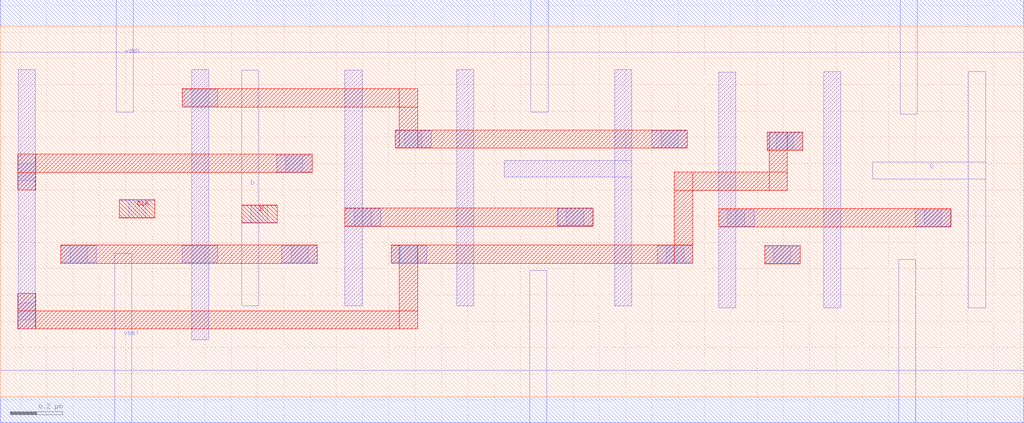
<source format=lef>
VERSION 5.8 ;
BUSBITCHARS "[]" ;
DIVIDERCHAR "/" ;

PROPERTYDEFINITIONS
  LAYER contactResistance REAL ;
END PROPERTYDEFINITIONS

UNITS
  DATABASE MICRONS 2000 ;
END UNITS
MANUFACTURINGGRID 0.0025 ;
LAYER OVERLAP
  TYPE OVERLAP ;
END OVERLAP

LAYER poly
  TYPE MASTERSLICE ;
END poly

LAYER contact
  TYPE CUT ;
  SPACING 0.075 ;
  PROPERTY contactResistance 10.5 ;
END contact

LAYER metal1
  TYPE ROUTING ;
  DIRECTION HORIZONTAL ;
  PITCH 0.19 0.19 ;
  WIDTH 0.065 ;
  SPACING 0.065 ;

END metal1

LAYER via1
  TYPE CUT ;
  SPACING 0.075 ;
  WIDTH 0.065 ;
  PROPERTY contactResistance 5.69 ;
END via1

LAYER metal2
  TYPE ROUTING ;
  DIRECTION VERTICAL ;
  PITCH 0.19 0.19 ;
  WIDTH 0.07 ;
  SPACING 0.075 ;
  SPACING 0.07 SAMENET ;
  RESISTANCE RPERSQ 0.25 ;
END metal2

LAYER via2
  TYPE CUT ;
  SPACING 0.085 ;
  WIDTH 0.07 ;
  PROPERTY contactResistance 11.39 ;
END via2

LAYER metal3
  TYPE ROUTING ;
  DIRECTION HORIZONTAL ;
  PITCH 0.19 0.19 ;
  WIDTH 0.07 ;
  SPACING 0.07 ;
  SPACING 0.07 SAMENET ;
  RESISTANCE RPERSQ 0.25 ;
END metal3

LAYER via3
  TYPE CUT ;
  SPACING 0.085 ;
  WIDTH 0.07 ;
  PROPERTY contactResistance 16.73 ;
END via3

LAYER metal4
  TYPE ROUTING ;
  DIRECTION VERTICAL ;
  PITCH 0.285 0.285 ;
  WIDTH 0.14 ;
  SPACING 0.14 ;
  SPACING 0.14 SAMENET ;
  RESISTANCE RPERSQ 0.25 ;
END metal4

LAYER via4
  TYPE CUT ;
  SPACING 0.16 ;
  WIDTH 0.14 ;
  PROPERTY contactResistance 21.44 ;
END via4

LAYER metal5
  TYPE ROUTING ;
  DIRECTION HORIZONTAL ;
  PITCH 0.285 0.285 ;
  WIDTH 0.14 ;
  SPACING 0.14 ;
  SPACING 0.14 SAMENET ;
  RESISTANCE RPERSQ 0.25 ;
END metal5

LAYER via5
  TYPE CUT ;
  SPACING 0.16 ;
  WIDTH 0.14 ;
  PROPERTY contactResistance 24.08 ;
END via5

LAYER metal6
  TYPE ROUTING ;
  DIRECTION VERTICAL ;
  PITCH 0.285 0.285 ;
  WIDTH 0.14 ;
  SPACING 0.14 ;
  SPACING 0.14 SAMENET ;
  RESISTANCE RPERSQ 0.25 ;
END metal6

LAYER via6
  TYPE CUT ;
  SPACING 0.16 ;
  WIDTH 0.14 ;
  PROPERTY contactResistance 11.39 ;
END via6

LAYER metal7
  TYPE ROUTING ;
  DIRECTION HORIZONTAL ;
  PITCH 0.855 0.855 ;
  WIDTH 0.4 ;
  SPACING 0.44 ;
  SPACING 0.44 SAMENET ;
  RESISTANCE RPERSQ 0.25 ;
END metal7

LAYER via7
  TYPE CUT ;
  SPACING 0.44 ;
  WIDTH 0.4 ;
  PROPERTY contactResistance 5.69 ;
END via7

LAYER metal8
  TYPE ROUTING ;
  DIRECTION VERTICAL ;
  PITCH 0.855 0.855 ;
  WIDTH 0.4 ;
  SPACING 0.44 ;
  SPACING 0.44 SAMENET ;
  RESISTANCE RPERSQ 0.25 ;
END metal8

LAYER via8
  TYPE CUT ;
  SPACING 0.44 ;
  WIDTH 0.4 ;
  PROPERTY contactResistance 16.73 ;
END via8

LAYER metal9
  TYPE ROUTING ;
  DIRECTION HORIZONTAL ;
  PITCH 1.71 1.71 ;
  WIDTH 0.8 ;
  SPACING 0.8 ;
  SPACING 0.8 SAMENET ;
  RESISTANCE RPERSQ 0.21 ;
END metal9

LAYER via9
  TYPE CUT ;
  SPACING 0.88 ;
  WIDTH 0.8 ;
  PROPERTY contactResistance 21.44 ;
END via9

LAYER metal10
  TYPE ROUTING ;
  DIRECTION VERTICAL ;
  PITCH 1.71 1.71 ;
  WIDTH 0.4 ;
  SPACING 0.8 ;
  SPACING 0.8 SAMENET ;
  RESISTANCE RPERSQ 0.21 ;
END metal10

VIARULE M2_M1 GENERATE
  LAYER metal1 ;
    ENCLOSURE 0 0.035 ;
  LAYER metal2 ;
    ENCLOSURE 0 0.035 ;
  LAYER via1 ;
    RECT -0.0325 -0.0325 0.0325 0.0325 ;
    SPACING 0.14 BY 0.14 ;
END M2_M1

VIARULE M3_M2 GENERATE
  LAYER metal2 ;
    ENCLOSURE 0 0.035 ;
  LAYER metal3 ;
    ENCLOSURE 0 0.035 ;
  LAYER via2 ;
    RECT -0.035 -0.035 0.035 0.035 ;
    SPACING 0.155 BY 0.155 ;
END M3_M2

VIARULE M4_M3 GENERATE
  LAYER metal3 ;
    ENCLOSURE 0 0.035 ;
  LAYER metal4 ;
    ENCLOSURE 0 0 ;
  LAYER via3 ;
    RECT -0.035 -0.035 0.035 0.035 ;
    SPACING 0.155 BY 0.155 ;
END M4_M3

VIARULE M5_M4 GENERATE
  LAYER metal4 ;
    ENCLOSURE 0 0 ;
  LAYER metal5 ;
    ENCLOSURE 0 0 ;
  LAYER via4 ;
    RECT -0.07 -0.07 0.07 0.07 ;
    SPACING 0.3 BY 0.3 ;
END M5_M4

VIARULE M6_M5 GENERATE
  LAYER metal5 ;
    ENCLOSURE 0 0 ;
  LAYER metal6 ;
    ENCLOSURE 0 0 ;
  LAYER via5 ;
    RECT -0.07 -0.07 0.07 0.07 ;
    SPACING 0.3 BY 0.3 ;
END M6_M5

VIARULE M7_M6 GENERATE
  LAYER metal6 ;
    ENCLOSURE 0 0 ;
  LAYER metal7 ;
    ENCLOSURE 0.13 0.13 ;
  LAYER via6 ;
    RECT -0.07 -0.07 0.07 0.07 ;
    SPACING 0.3 BY 0.3 ;
END M7_M6

VIARULE M8_M7 GENERATE
  LAYER metal7 ;
    ENCLOSURE 0 0 ;
  LAYER metal8 ;
    ENCLOSURE 0 0 ;
  LAYER via7 ;
    RECT -0.2 -0.2 0.2 0.2 ;
    SPACING 0.8 BY 0.8 ;
END M8_M7

VIARULE M9_M8 GENERATE
  LAYER metal8 ;
    ENCLOSURE 0 0 ;
  LAYER metal9 ;
    ENCLOSURE 0.2 0.2 ;
  LAYER via8 ;
    RECT -0.2 -0.2 0.2 0.2 ;
    SPACING 0.8 BY 0.8 ;
END M9_M8

VIARULE M10_M9 GENERATE
  LAYER metal9 ;
    ENCLOSURE 0 0 ;
  LAYER metal10 ;
    ENCLOSURE 0 0 ;
  LAYER via9 ;
    RECT -0.4 -0.4 0.4 0.4 ;
    SPACING 1.6 BY 1.6 ;
END M10_M9

VIARULE M1_POLY GENERATE
  LAYER poly ;
    ENCLOSURE 0 0 ;
  LAYER metal1 ;
    ENCLOSURE 0 0.035 ;
  LAYER contact ;
    RECT -0.0325 -0.0325 0.0325 0.0325 ;
    SPACING 0.14 BY 0.14 ;
END M1_POLY

VIA M2_M1_via DEFAULT
  LAYER metal1 ;
    RECT -0.0675 -0.0325 0.0675 0.0325 ;
  LAYER via1 ;
    RECT -0.0325 -0.0325 0.0325 0.0325 ;
  LAYER metal2 ;
    RECT -0.035 -0.0675 0.035 0.0675 ;
END M2_M1_via

VIA M3_M2_via DEFAULT
  LAYER metal2 ;
    RECT -0.035 -0.07 0.035 0.07 ;
  LAYER via2 ;
    RECT -0.035 -0.035 0.035 0.035 ;
  LAYER metal3 ;
    RECT -0.07 -0.035 0.07 0.035 ;
END M3_M2_via

VIA M4_M3_via DEFAULT
  LAYER metal3 ;
    RECT -0.07 -0.035 0.07 0.035 ;
  LAYER via3 ;
    RECT -0.035 -0.035 0.035 0.035 ;
  LAYER metal4 ;
    RECT -0.07 -0.07 0.07 0.07 ;
END M4_M3_via

VIA M5_M4_via DEFAULT
  LAYER metal4 ;
    RECT -0.07 -0.07 0.07 0.07 ;
  LAYER via4 ;
    RECT -0.07 -0.07 0.07 0.07 ;
  LAYER metal5 ;
    RECT -0.07 -0.07 0.07 0.07 ;
END M5_M4_via

VIA M6_M5_via DEFAULT
  LAYER metal5 ;
    RECT -0.07 -0.07 0.07 0.07 ;
  LAYER via5 ;
    RECT -0.07 -0.07 0.07 0.07 ;
  LAYER metal6 ;
    RECT -0.07 -0.07 0.07 0.07 ;
END M6_M5_via

VIA M7_M6_via DEFAULT
  LAYER metal6 ;
    RECT -0.07 -0.07 0.07 0.07 ;
  LAYER via6 ;
    RECT -0.07 -0.07 0.07 0.07 ;
  LAYER metal7 ;
    RECT -0.2 -0.2 0.2 0.2 ;
END M7_M6_via

VIA M8_M7_via DEFAULT
  LAYER metal7 ;
    RECT -0.2 -0.2 0.2 0.2 ;
  LAYER via7 ;
    RECT -0.2 -0.2 0.2 0.2 ;
  LAYER metal8 ;
    RECT -0.2 -0.2 0.2 0.2 ;
END M8_M7_via

VIA M9_M8_via DEFAULT
  LAYER metal8 ;
    RECT -0.2 -0.2 0.2 0.2 ;
  LAYER via8 ;
    RECT -0.2 -0.2 0.2 0.2 ;
  LAYER metal9 ;
    RECT -0.4 -0.4 0.4 0.4 ;
END M9_M8_via

VIA M10_M9_via DEFAULT
  LAYER metal9 ;
    RECT -0.4 -0.4 0.4 0.4 ;
  LAYER via9 ;
    RECT -0.4 -0.4 0.4 0.4 ;
  LAYER metal10 ;
    RECT -0.4 -0.4 0.4 0.4 ;
END M10_M9_via

VIA M2_M1_viaB DEFAULT
  LAYER metal1 ;
    RECT -0.0675 -0.0325 0.0675 0.0325 ;
  LAYER via1 ;
    RECT -0.0325 -0.0325 0.0325 0.0325 ;
  LAYER metal2 ;
    RECT -0.0675 -0.035 0.0675 0.035 ;
END M2_M1_viaB

VIA M2_M1_viaC DEFAULT
  LAYER metal1 ;
    RECT -0.0325 -0.0675 0.0325 0.0675 ;
  LAYER via1 ;
    RECT -0.0325 -0.0325 0.0325 0.0325 ;
  LAYER metal2 ;
    RECT -0.035 -0.0675 0.035 0.0675 ;
END M2_M1_viaC

VIA M3_M2_viaB DEFAULT
  LAYER metal2 ;
    RECT -0.035 -0.07 0.035 0.07 ;
  LAYER via2 ;
    RECT -0.035 -0.035 0.035 0.035 ;
  LAYER metal3 ;
    RECT -0.035 -0.07 0.035 0.07 ;
END M3_M2_viaB

VIA M3_M2_viaC DEFAULT
  LAYER metal2 ;
    RECT -0.07 -0.035 0.07 0.035 ;
  LAYER via2 ;
    RECT -0.035 -0.035 0.035 0.035 ;
  LAYER metal3 ;
    RECT -0.07 -0.035 0.07 0.035 ;
END M3_M2_viaC

VIA M4_M3_viaB DEFAULT
  LAYER metal3 ;
    RECT -0.035 -0.07 0.035 0.07 ;
  LAYER via3 ;
    RECT -0.035 -0.035 0.035 0.035 ;
  LAYER metal4 ;
    RECT -0.07 -0.07 0.07 0.07 ;
END M4_M3_viaB

SITE CoreSite
  CLASS CORE ;
  SYMMETRY Y ;
  SIZE 0.005 BY 1.005 ;
END CoreSite

MACRO and2
  CLASS CORE ;
  ORIGIN -0.325 0.08 ;
  FOREIGN and2 0.325 -0.08 ;
  SIZE 0.875 BY 1.41 ;
  SYMMETRY X Y ;
  SITE CoreSite ;
  PIN A
    DIRECTION INPUT ;
    USE SIGNAL ;
    PORT
      LAYER metal2 ;
        RECT 0.6575 0.5125 0.7925 0.5825 ;
      LAYER metal1 ;
        RECT 0.6575 0.515 0.7925 0.5825 ;
      LAYER via1 ;
        RECT 0.6925 0.515 0.7575 0.58 ;
    END
  END A
  PIN B
    DIRECTION INPUT ;
    USE SIGNAL ;
    PORT
      LAYER metal2 ;
        RECT 0.865 0.51 1 0.58 ;
      LAYER metal1 ;
        RECT 0.865 0.5125 1 0.58 ;
      LAYER via1 ;
        RECT 0.9 0.5125 0.965 0.5775 ;
    END
  END B
  PIN Y
    DIRECTION OUTPUT ;
    USE SIGNAL ;
    PORT
      LAYER metal2 ;
        RECT 0.4225 0.62 0.4925 0.755 ;
      LAYER metal1 ;
        RECT 0.4225 0.62 0.49 0.755 ;
        RECT 0.4225 0.265 0.4875 1.165 ;
      LAYER via1 ;
        RECT 0.425 0.655 0.49 0.72 ;
    END
  END Y
  PIN vdd!
    DIRECTION INOUT ;
    USE POWER ;
    PORT
      LAYER metal1 ;
        RECT 0.325 1.23 1.2 1.43 ;
        RECT 1.055 1.0025 1.12 1.43 ;
        RECT 0.6525 1.0025 0.7175 1.43 ;
    END
  END vdd!
  PIN vss!
    DIRECTION INOUT ;
    USE GROUND ;
    PORT
      LAYER metal1 ;
        RECT 0.325 -0.18 1.2 0.02 ;
        RECT 0.6475 -0.18 0.7125 0.43 ;
    END
  END vss!
  OBS
    LAYER metal1 ;
      RECT 0.855 0.6975 0.92 1.1625 ;
      RECT 0.555 0.6975 1.135 0.7625 ;
      RECT 1.07 0.2775 1.135 0.7625 ;
      RECT 1.0575 0.265 1.1225 0.475 ;
  END
END and2

MACRO aoi21
  CLASS CORE ;
  ORIGIN 0 0.08 ;
  FOREIGN aoi21 0 -0.08 ;
  SIZE 0.85 BY 1.41 ;
  SYMMETRY X Y ;
  SITE CoreSite ;
  PIN A
    DIRECTION INPUT ;
    USE SIGNAL ;
    PORT
      LAYER metal2 ;
        RECT 0.06 0.62 0.195 0.69 ;
      LAYER metal1 ;
        RECT 0.06 0.6225 0.1975 0.6875 ;
      LAYER via1 ;
        RECT 0.095 0.6225 0.16 0.6875 ;
    END
  END A
  PIN B
    DIRECTION INPUT ;
    USE SIGNAL ;
    PORT
      LAYER metal2 ;
        RECT 0.265 0.62 0.4 0.69 ;
      LAYER metal1 ;
        RECT 0.265 0.62 0.4 0.6875 ;
      LAYER via1 ;
        RECT 0.3 0.6225 0.365 0.6875 ;
    END
  END B
  PIN C
    DIRECTION INPUT ;
    USE SIGNAL ;
    PORT
      LAYER metal2 ;
        RECT 0.475 0.62 0.61 0.69 ;
      LAYER metal1 ;
        RECT 0.4775 0.62 0.6125 0.685 ;
        RECT 0.475 0.6225 0.61 0.6875 ;
      LAYER via1 ;
        RECT 0.51 0.6225 0.575 0.6875 ;
    END
  END C
  PIN Y
    DIRECTION OUTPUT ;
    USE SIGNAL ;
    PORT
      LAYER metal2 ;
        RECT 0.68 0.5825 0.75 0.7175 ;
      LAYER metal1 ;
        RECT 0.6825 0.265 0.7475 1.1625 ;
        RECT 0.0625 0.4425 0.7475 0.5075 ;
        RECT 0.0625 0.265 0.1275 0.5075 ;
      LAYER via1 ;
        RECT 0.6825 0.6175 0.7475 0.6825 ;
    END
  END Y
  PIN vdd!
    DIRECTION INOUT ;
    USE POWER ;
    PORT
      LAYER metal1 ;
        RECT 0 1.23 0.85 1.43 ;
        RECT 0.255 1.0025 0.32 1.43 ;
    END
  END vdd!
  PIN vss!
    DIRECTION INOUT ;
    USE GROUND ;
    PORT
      LAYER metal1 ;
        RECT 0 -0.18 0.85 0.02 ;
        RECT 0.4575 -0.18 0.5225 0.375 ;
    END
  END vss!
  OBS
    LAYER metal1 ;
      RECT 0.0675 0.8625 0.1325 1.165 ;
      RECT 0.4425 0.8625 0.5075 1.1625 ;
      RECT 0.0675 0.8625 0.5075 0.9275 ;
  END
END aoi21

MACRO buf
  CLASS CORE ;
  ORIGIN -0.2775 0.08 ;
  FOREIGN buf 0.2775 -0.08 ;
  SIZE 0.815 BY 1.41 ;
  SYMMETRY X Y ;
  SITE CoreSite ;
  PIN A
    DIRECTION INPUT ;
    USE SIGNAL ;
    PORT
      LAYER metal2 ;
        RECT 0.7075 0.55 0.8425 0.62 ;
      LAYER metal1 ;
        RECT 0.7075 0.5525 0.8425 0.6175 ;
      LAYER via1 ;
        RECT 0.7425 0.5525 0.8075 0.6175 ;
    END
  END A
  PIN Y
    DIRECTION OUTPUT ;
    USE SIGNAL ;
    PORT
      LAYER metal2 ;
        RECT 0.395 0.605 0.465 0.74 ;
      LAYER metal1 ;
        RECT 0.3975 0.265 0.4625 1.165 ;
      LAYER via1 ;
        RECT 0.3975 0.64 0.4625 0.705 ;
    END
  END Y
  PIN vdd!
    DIRECTION INOUT ;
    USE POWER ;
    PORT
      LAYER metal1 ;
        RECT 0.2775 1.23 1.0925 1.43 ;
        RECT 0.6775 1.0025 0.7425 1.43 ;
    END
  END vdd!
  PIN vss!
    DIRECTION INOUT ;
    USE GROUND ;
    PORT
      LAYER metal1 ;
        RECT 0.2825 -0.18 1.0925 0.02 ;
        RECT 0.6725 -0.18 0.7375 0.4025 ;
    END
  END vss!
  OBS
    LAYER metal1 ;
      RECT 0.9375 0.265 1.0025 1.165 ;
      RECT 0.56 0.72 1.0025 0.785 ;
  END
END buf

MACRO dff
  CLASS CORE ;
  ORIGIN -0.2225 -0.1125 ;
  FOREIGN dff 0.2225 0.1125 ;
  SIZE 3.89 BY 1.41 ;
  SYMMETRY X Y ;
  SITE CoreSite ;
  PIN CLK
    DIRECTION INPUT ;
    USE SIGNAL ;
    PORT
      LAYER metal2 ;
        RECT 0.675 0.7925 0.81 0.8625 ;
      LAYER metal1 ;
        RECT 0.675 0.795 0.81 0.86 ;
      LAYER via1 ;
        RECT 0.71 0.795 0.775 0.86 ;
    END
  END CLK
  PIN D
    DIRECTION INPUT ;
    USE SIGNAL ;
    PORT
      LAYER metal2 ;
        RECT 1.14 0.7725 1.275 0.8425 ;
      LAYER metal1 ;
        RECT 1.14 0.775 1.275 0.84 ;
        RECT 1.14 0.4575 1.205 1.355 ;
      LAYER via1 ;
        RECT 1.175 0.775 1.24 0.84 ;
    END
  END D
  PIN Q
    DIRECTION OUTPUT ;
    USE SIGNAL ;
    PORT
      LAYER metal1 ;
        RECT 3.9025 0.45 3.9675 1.35 ;
        RECT 3.54 0.94 3.9675 1.005 ;
    END
  END Q
  PIN vdd!
    DIRECTION INOUT ;
    USE POWER ;
    PORT
      LAYER metal1 ;
        RECT 0.2225 1.4225 4.1125 1.6225 ;
        RECT 3.6425 1.1875 3.7075 1.6225 ;
        RECT 2.24 1.195 2.305 1.6225 ;
        RECT 0.6625 1.195 0.7275 1.6225 ;
    END
  END vdd!
  PIN vss!
    DIRECTION INOUT ;
    USE GROUND ;
    PORT
      LAYER metal1 ;
        RECT 0.2225 0.0125 4.1125 0.2125 ;
        RECT 3.6375 0.0125 3.7025 0.635 ;
        RECT 2.235 0.0125 2.3 0.5925 ;
        RECT 0.6575 0.0125 0.7225 0.6575 ;
    END
  END vss!
  OBS
    LAYER metal1 ;
      RECT 2.9525 0.45 3.0175 1.3475 ;
      RECT 2.9525 0.76 3.0875 0.825 ;
      RECT 2.5575 0.4575 2.6225 1.3575 ;
      RECT 2.1375 0.9475 2.6225 1.0125 ;
      RECT 2.3425 0.765 2.4775 0.83 ;
      RECT 2.34 0.7625 2.475 0.8275 ;
      RECT 1.5325 0.4575 1.5975 1.355 ;
      RECT 1.5325 0.7625 1.6675 0.8275 ;
      RECT 0.95 0.3275 1.015 1.3575 ;
      RECT 0.915 1.2175 1.05 1.2825 ;
      RECT 0.915 0.6225 1.05 0.6875 ;
      RECT 3.7 0.76 3.8375 0.825 ;
      RECT 3.3525 0.45 3.4175 1.35 ;
      RECT 3.1375 1.0525 3.2725 1.1175 ;
      RECT 3.1275 0.62 3.2625 0.685 ;
      RECT 2.72 0.6225 2.855 0.6875 ;
      RECT 2.7 1.06 2.835 1.125 ;
      RECT 1.9575 0.4575 2.0225 1.3575 ;
      RECT 1.725 1.06 1.86 1.125 ;
      RECT 1.7075 0.6225 1.8425 0.6875 ;
      RECT 1.2925 0.6225 1.4275 0.6875 ;
      RECT 1.2725 0.9675 1.4075 1.0325 ;
      RECT 0.4525 0.6225 0.5875 0.6875 ;
      RECT 0.29 0.37 0.355 1.3575 ;
    LAYER metal2 ;
      RECT 3.1375 1.05 3.2725 1.12 ;
      RECT 3.145 0.8975 3.215 1.12 ;
      RECT 2.785 0.8975 3.215 0.9675 ;
      RECT 2.785 0.62 2.855 0.9675 ;
      RECT 1.7075 0.62 2.855 0.69 ;
      RECT 1.74 0.37 1.81 0.69 ;
      RECT 0.2875 0.37 0.3575 0.505 ;
      RECT 0.2875 0.37 1.81 0.44 ;
      RECT 0.915 1.215 1.81 1.285 ;
      RECT 1.74 1.0575 1.81 1.285 ;
      RECT 1.725 1.0575 2.835 1.1275 ;
      RECT 0.2875 0.965 1.4075 1.035 ;
      RECT 0.2875 0.9 0.3575 1.035 ;
      RECT 2.9525 0.7575 3.835 0.8275 ;
      RECT 3.1275 0.6175 3.2625 0.6875 ;
      RECT 1.5325 0.76 2.475 0.83 ;
      RECT 0.4525 0.62 1.4275 0.69 ;
    LAYER via1 ;
      RECT 3.735 0.76 3.8 0.825 ;
      RECT 3.1725 1.0525 3.2375 1.1175 ;
      RECT 3.1625 0.62 3.2275 0.685 ;
      RECT 2.9875 0.76 3.0525 0.825 ;
      RECT 2.755 0.6225 2.82 0.6875 ;
      RECT 2.735 1.06 2.8 1.125 ;
      RECT 2.375 0.7625 2.44 0.8275 ;
      RECT 1.76 1.06 1.825 1.125 ;
      RECT 1.7425 0.6225 1.8075 0.6875 ;
      RECT 1.5675 0.7625 1.6325 0.8275 ;
      RECT 1.3275 0.6225 1.3925 0.6875 ;
      RECT 1.3075 0.9675 1.3725 1.0325 ;
      RECT 0.95 0.6225 1.015 0.6875 ;
      RECT 0.95 1.2175 1.015 1.2825 ;
      RECT 0.4875 0.6225 0.5525 0.6875 ;
      RECT 0.29 0.405 0.355 0.47 ;
      RECT 0.29 0.935 0.355 1 ;
  END
END dff

MACRO inv
  CLASS CORE ;
  ORIGIN -0.0675 0.08 ;
  FOREIGN inv 0.0675 -0.08 ;
  SIZE 0.41 BY 1.4075 ;
  SYMMETRY X Y ;
  SITE CoreSite ;
  PIN A
    DIRECTION INPUT ;
    USE SIGNAL ;
    PORT
      LAYER metal2 ;
        RECT 0.13 0.55 0.265 0.62 ;
      LAYER metal1 ;
        RECT 0.13 0.5525 0.265 0.6175 ;
      LAYER via1 ;
        RECT 0.165 0.5525 0.23 0.6175 ;
    END
  END A
  PIN Y
    DIRECTION OUTPUT ;
    USE SIGNAL ;
    PORT
      LAYER metal2 ;
        RECT 0.3375 0.605 0.4075 0.74 ;
      LAYER metal1 ;
        RECT 0.3375 0.605 0.405 0.74 ;
        RECT 0.3375 0.265 0.4025 1.165 ;
      LAYER via1 ;
        RECT 0.34 0.64 0.405 0.705 ;
    END
  END Y
  PIN vdd!
    DIRECTION INOUT ;
    USE POWER ;
    PORT
      LAYER metal1 ;
        RECT 0.0675 1.23 0.4775 1.43 ;
        RECT 0.135 1.0025 0.2 1.43 ;
    END
  END vdd!
  PIN vss!
    DIRECTION INOUT ;
    USE GROUND ;
    PORT
      LAYER metal1 ;
        RECT 0.0675 -0.18 0.4775 0.02 ;
        RECT 0.13 -0.18 0.195 0.4025 ;
    END
  END vss!
END inv

MACRO latch
  CLASS CORE ;
  ORIGIN -0.35 -0.105 ;
  FOREIGN latch 0.35 0.105 ;
  SIZE 2.44 BY 1.41 ;
  SYMMETRY X Y ;
  SITE CoreSite ;
  PIN D
    DIRECTION INPUT ;
    USE SIGNAL ;
    PORT
      LAYER metal2 ;
        RECT 1.265 0.765 1.4 0.835 ;
      LAYER metal1 ;
        RECT 1.265 0.7675 1.4 0.8325 ;
        RECT 1.265 0.45 1.33 1.3475 ;
      LAYER via1 ;
        RECT 1.3 0.7675 1.365 0.8325 ;
    END
  END D
  PIN EN
    DIRECTION INPUT ;
    USE SIGNAL ;
    PORT
      LAYER metal1 ;
        RECT 0.83 0.73 0.965 0.795 ;
    END
  END EN
  PIN Q
    DIRECTION OUTPUT ;
    USE SIGNAL ;
    PORT
      LAYER metal2 ;
        RECT 1.6575 0.795 2.5025 0.865 ;
      LAYER metal1 ;
        RECT 2.37 0.8 2.505 0.865 ;
        RECT 2.3675 0.7975 2.5025 0.8625 ;
        RECT 1.6575 0.7975 1.7925 0.8625 ;
        RECT 1.6575 0.45 1.7225 1.3475 ;
      LAYER via1 ;
        RECT 1.6925 0.7975 1.7575 0.8625 ;
        RECT 2.4025 0.7975 2.4675 0.8625 ;
    END
  END Q
  PIN vdd!
    DIRECTION INOUT ;
    USE POWER ;
    PORT
      LAYER metal1 ;
        RECT 0.35 1.415 2.79 1.615 ;
        RECT 2.3225 1.1875 2.3875 1.615 ;
        RECT 0.7575 1.1875 0.8225 1.615 ;
    END
  END vdd!
  PIN vss!
    DIRECTION INOUT ;
    USE GROUND ;
    PORT
      LAYER metal1 ;
        RECT 0.35 0.005 2.79 0.205 ;
        RECT 2.3175 0.005 2.3825 0.585 ;
        RECT 0.7525 0.005 0.8175 0.5925 ;
    END
  END vss!
  OBS
    LAYER metal1 ;
      RECT 2.5925 0.45 2.6575 1.35 ;
      RECT 2.22 0.94 2.6575 1.005 ;
      RECT 1.0875 0.32 1.1525 1.35 ;
      RECT 1.0625 0.325 1.1975 0.39 ;
      RECT 0.4175 0.37 0.4825 1.35 ;
      RECT 0.4175 0.615 0.555 0.68 ;
      RECT 2.0475 0.45 2.1125 1.35 ;
      RECT 1.825 1.0525 1.96 1.1175 ;
      RECT 1.815 0.62 1.95 0.685 ;
      RECT 1.4175 0.615 1.5525 0.68 ;
      RECT 1.3975 1.0525 1.5325 1.1175 ;
      RECT 0.595 1.0525 0.73 1.1175 ;
    LAYER metal2 ;
      RECT 0.42 1.22 1.895 1.29 ;
      RECT 1.825 1.05 1.895 1.29 ;
      RECT 0.42 0.6125 0.49 1.29 ;
      RECT 1.825 1.05 1.96 1.12 ;
      RECT 0.42 0.6125 1.5525 0.6825 ;
      RECT 1.815 0.6175 1.95 0.6875 ;
      RECT 1.8325 0.3225 1.9025 0.6875 ;
      RECT 1.0625 0.3225 1.9025 0.3925 ;
      RECT 0.595 1.05 1.5325 1.12 ;
      RECT 1.085 0.985 1.155 1.12 ;
    LAYER via1 ;
      RECT 1.86 1.0525 1.925 1.1175 ;
      RECT 1.85 0.62 1.915 0.685 ;
      RECT 1.4525 0.615 1.5175 0.68 ;
      RECT 1.4325 1.0525 1.4975 1.1175 ;
      RECT 1.0975 0.325 1.1625 0.39 ;
      RECT 1.0875 1.02 1.1525 1.085 ;
      RECT 0.63 1.0525 0.695 1.1175 ;
      RECT 0.455 0.615 0.52 0.68 ;
  END
END latch

MACRO mux2
  CLASS CORE ;
  ORIGIN 0.385 0.08 ;
  FOREIGN mux2 -0.385 -0.08 ;
  SIZE 2.0325 BY 1.41 ;
  SYMMETRY X Y ;
  SITE CoreSite ;
  PIN A
    DIRECTION INPUT ;
    USE SIGNAL ;
    PORT
      LAYER metal2 ;
        RECT 0.66 0.54 0.795 0.61 ;
      LAYER metal1 ;
        RECT 0.66 0.54 0.795 0.6075 ;
      LAYER via1 ;
        RECT 0.695 0.5425 0.76 0.6075 ;
    END
  END A
  PIN B
    DIRECTION INPUT ;
    USE SIGNAL ;
    PORT
      LAYER metal2 ;
        RECT 1.28 0.68 1.415 0.75 ;
      LAYER metal1 ;
        RECT 1.28 0.6825 1.415 0.7475 ;
        RECT 1.2775 0.685 1.4125 0.75 ;
      LAYER via1 ;
        RECT 1.315 0.6825 1.38 0.7475 ;
    END
  END B
  PIN S0
    DIRECTION INPUT ;
    USE SIGNAL ;
    PORT
      LAYER metal2 ;
        RECT 0.17 0.6825 1.21 0.7525 ;
      LAYER metal1 ;
        RECT 1.075 0.685 1.21 0.75 ;
        RECT 0.17 0.685 0.305 0.75 ;
      LAYER via1 ;
        RECT 0.205 0.685 0.27 0.75 ;
        RECT 1.11 0.685 1.175 0.75 ;
    END
  END S0
  PIN Y
    DIRECTION OUTPUT ;
    USE SIGNAL ;
    PORT
      LAYER metal2 ;
        RECT -0.2975 0.605 -0.2275 0.74 ;
      LAYER metal1 ;
        RECT -0.295 0.265 -0.23 1.165 ;
      LAYER via1 ;
        RECT -0.295 0.64 -0.23 0.705 ;
    END
  END Y
  PIN vdd!
    DIRECTION INOUT ;
    USE POWER ;
    PORT
      LAYER metal1 ;
        RECT -0.385 1.23 1.6475 1.43 ;
        RECT 0.8525 1.0025 0.9175 1.43 ;
        RECT 0.0725 1.0025 0.1375 1.43 ;
    END
  END vdd!
  PIN vss!
    DIRECTION INOUT ;
    USE GROUND ;
    PORT
      LAYER metal1 ;
        RECT -0.385 -0.18 1.6475 0.02 ;
        RECT 1.055 -0.18 1.12 0.36 ;
        RECT 0.0625 -0.18 0.1275 0.4025 ;
    END
  END vss!
  OBS
    LAYER metal1 ;
      RECT 1.275 0.815 1.34 1.0325 ;
      RECT 1.275 0.815 1.5475 0.88 ;
      RECT 1.4825 0.2675 1.5475 0.88 ;
      RECT 1.4125 0.2675 1.5475 0.3325 ;
      RECT 0.665 0.8625 0.73 1.165 ;
      RECT 1.04 1.0975 1.54 1.1625 ;
      RECT 1.475 0.9475 1.54 1.1625 ;
      RECT 1.04 0.8625 1.105 1.1625 ;
      RECT 0.665 0.8625 1.105 0.9275 ;
      RECT 0.425 0.265 0.49 1.165 ;
      RECT 0.425 0.685 0.995 0.75 ;
      RECT 0.66 0.265 0.725 0.425 ;
      RECT 0.66 0.2675 0.795 0.3325 ;
      RECT -0.0925 0.625 0.0425 0.69 ;
    LAYER metal2 ;
      RECT -0.0925 0.6225 0.0425 0.6925 ;
      RECT -0.055 0.265 0.015 0.6925 ;
      RECT -0.0575 0.265 1.5475 0.335 ;
    LAYER via1 ;
      RECT 1.4475 0.2675 1.5125 0.3325 ;
      RECT 0.695 0.2675 0.76 0.3325 ;
      RECT -0.0575 0.625 0.0075 0.69 ;
  END
END mux2

MACRO nand2
  CLASS CORE ;
  ORIGIN 0 0.08 ;
  FOREIGN nand2 0 -0.08 ;
  SIZE 0.6 BY 1.41 ;
  SYMMETRY X Y ;
  SITE CoreSite ;
  PIN A
    DIRECTION INPUT ;
    USE SIGNAL ;
    PORT
      LAYER metal2 ;
        RECT 0.0725 0.5125 0.2075 0.5825 ;
      LAYER metal1 ;
        RECT 0.0725 0.515 0.2075 0.5825 ;
      LAYER via1 ;
        RECT 0.1075 0.515 0.1725 0.58 ;
    END
  END A
  PIN B
    DIRECTION INPUT ;
    USE SIGNAL ;
    PORT
      LAYER metal2 ;
        RECT 0.28 0.51 0.415 0.58 ;
      LAYER metal1 ;
        RECT 0.28 0.5125 0.415 0.58 ;
      LAYER via1 ;
        RECT 0.315 0.5125 0.38 0.5775 ;
    END
  END B
  PIN Y
    DIRECTION OUTPUT ;
    USE SIGNAL ;
    PORT
      LAYER metal2 ;
        RECT 0.2675 0.805 0.3375 0.94 ;
      LAYER metal1 ;
        RECT 0.27 0.65 0.555 0.715 ;
        RECT 0.49 0.2775 0.555 0.715 ;
        RECT 0.4725 0.265 0.5375 0.475 ;
        RECT 0.27 0.65 0.335 1.165 ;
      LAYER via1 ;
        RECT 0.27 0.84 0.335 0.905 ;
    END
  END Y
  PIN vdd!
    DIRECTION INOUT ;
    USE POWER ;
    PORT
      LAYER metal1 ;
        RECT 0 1.23 0.6 1.43 ;
        RECT 0.47 1.0025 0.535 1.43 ;
        RECT 0.0675 1.0025 0.1325 1.43 ;
    END
  END vdd!
  PIN vss!
    DIRECTION INOUT ;
    USE GROUND ;
    PORT
      LAYER metal1 ;
        RECT 0 -0.18 0.6 0.02 ;
        RECT 0.0625 -0.18 0.1275 0.43 ;
    END
  END vss!
END nand2

MACRO nor2
  CLASS CORE ;
  ORIGIN 0 0.08 ;
  FOREIGN nor2 0 -0.08 ;
  SIZE 0.6 BY 1.41 ;
  SYMMETRY X Y ;
  SITE CoreSite ;
  PIN A
    DIRECTION INPUT ;
    USE SIGNAL ;
    PORT
      LAYER metal2 ;
        RECT 0.0725 0.645 0.2075 0.715 ;
      LAYER metal1 ;
        RECT 0.0725 0.6475 0.2075 0.7125 ;
      LAYER via1 ;
        RECT 0.1075 0.6475 0.1725 0.7125 ;
    END
  END A
  PIN B
    DIRECTION INPUT ;
    USE SIGNAL ;
    PORT
      LAYER metal2 ;
        RECT 0.28 0.6425 0.415 0.7125 ;
      LAYER metal1 ;
        RECT 0.28 0.645 0.415 0.7125 ;
      LAYER via1 ;
        RECT 0.315 0.645 0.38 0.71 ;
    END
  END B
  PIN Y
    DIRECTION OUTPUT ;
    USE SIGNAL ;
    PORT
      LAYER metal2 ;
        RECT 0.4275 0.4875 0.5625 0.5575 ;
      LAYER metal1 ;
        RECT 0.4975 0.49 0.5625 1.065 ;
        RECT 0.47 0.8975 0.535 1.165 ;
        RECT 0.2725 0.4925 0.5625 0.5575 ;
        RECT 0.4275 0.49 0.5625 0.5575 ;
        RECT 0.2725 0.265 0.3375 0.5575 ;
      LAYER via1 ;
        RECT 0.4625 0.49 0.5275 0.555 ;
    END
  END Y
  PIN vdd!
    DIRECTION INOUT ;
    USE POWER ;
    PORT
      LAYER metal1 ;
        RECT 0 1.23 0.6 1.43 ;
        RECT 0.0675 1.0025 0.1325 1.43 ;
    END
  END vdd!
  PIN vss!
    DIRECTION INOUT ;
    USE GROUND ;
    PORT
      LAYER metal1 ;
        RECT 0 -0.18 0.6 0.02 ;
        RECT 0.475 -0.18 0.54 0.4025 ;
        RECT 0.0625 -0.18 0.1275 0.4 ;
    END
  END vss!
END nor2

MACRO oai21
  CLASS CORE ;
  ORIGIN 0 0.08 ;
  FOREIGN oai21 0 -0.08 ;
  SIZE 0.82 BY 1.41 ;
  SYMMETRY X Y ;
  SITE CoreSite ;
  PIN A
    DIRECTION INPUT ;
    USE SIGNAL ;
    PORT
      LAYER metal2 ;
        RECT 0.065 0.595 0.2 0.665 ;
      LAYER metal1 ;
        RECT 0.0625 0.5975 0.2 0.6625 ;
      LAYER via1 ;
        RECT 0.1 0.5975 0.165 0.6625 ;
    END
  END A
  PIN B
    DIRECTION INPUT ;
    USE SIGNAL ;
    PORT
      LAYER metal2 ;
        RECT 0.27 0.5975 0.405 0.6675 ;
      LAYER metal1 ;
        RECT 0.27 0.6 0.405 0.665 ;
      LAYER via1 ;
        RECT 0.305 0.6 0.37 0.665 ;
    END
  END B
  PIN C
    DIRECTION INPUT ;
    USE SIGNAL ;
    PORT
      LAYER metal2 ;
        RECT 0.4775 0.5975 0.6125 0.6675 ;
      LAYER metal1 ;
        RECT 0.4775 0.6 0.6125 0.665 ;
      LAYER via1 ;
        RECT 0.5125 0.6 0.5775 0.665 ;
    END
  END C
  PIN Y
    DIRECTION OUTPUT ;
    USE SIGNAL ;
    PORT
      LAYER metal2 ;
        RECT 0.4425 0.7825 0.5775 0.8525 ;
      LAYER metal1 ;
        RECT 0.4425 0.785 0.7475 0.85 ;
        RECT 0.6825 0.265 0.7475 0.85 ;
        RECT 0.4425 0.785 0.5075 1.1325 ;
      LAYER via1 ;
        RECT 0.4775 0.785 0.5425 0.85 ;
    END
  END Y
  PIN vdd!
    DIRECTION INOUT ;
    USE POWER ;
    PORT
      LAYER metal1 ;
        RECT 0 1.23 0.82 1.43 ;
        RECT 0.6825 0.99 0.7475 1.43 ;
        RECT 0.0675 0.9875 0.1325 1.43 ;
    END
  END vdd!
  PIN vss!
    DIRECTION INOUT ;
    USE GROUND ;
    PORT
      LAYER metal1 ;
        RECT 0 -0.18 0.82 0.02 ;
        RECT 0.255 -0.18 0.32 0.375 ;
    END
  END vss!
  OBS
    LAYER metal1 ;
      RECT 0.0625 0.44 0.5225 0.505 ;
      RECT 0.4575 0.265 0.5225 0.505 ;
      RECT 0.0625 0.265 0.1275 0.505 ;
  END
END oai21

MACRO or2
  CLASS CORE ;
  ORIGIN -0.3225 0.08 ;
  FOREIGN or2 0.3225 -0.08 ;
  SIZE 0.8525 BY 1.41 ;
  SYMMETRY X Y ;
  SITE CoreSite ;
  PIN A
    DIRECTION INPUT ;
    USE SIGNAL ;
    PORT
      LAYER metal2 ;
        RECT 0.6375 0.69 0.7725 0.76 ;
      LAYER metal1 ;
        RECT 0.6375 0.6925 0.7725 0.7575 ;
      LAYER via1 ;
        RECT 0.6725 0.6925 0.7375 0.7575 ;
    END
  END A
  PIN B
    DIRECTION INPUT ;
    USE SIGNAL ;
    PORT
      LAYER metal2 ;
        RECT 0.845 0.69 0.98 0.76 ;
      LAYER metal1 ;
        RECT 0.845 0.6925 0.98 0.7575 ;
      LAYER via1 ;
        RECT 0.88 0.6925 0.945 0.7575 ;
    END
  END B
  PIN Y
    DIRECTION OUTPUT ;
    USE SIGNAL ;
    PORT
      LAYER metal2 ;
        RECT 0.385 0.6 0.455 0.735 ;
      LAYER metal1 ;
        RECT 0.3875 0.265 0.4525 1.165 ;
      LAYER via1 ;
        RECT 0.3875 0.635 0.4525 0.7 ;
    END
  END Y
  PIN vdd!
    DIRECTION INOUT ;
    USE POWER ;
    PORT
      LAYER metal1 ;
        RECT 0.3225 1.23 1.17 1.43 ;
        RECT 0.6325 1.0025 0.6975 1.43 ;
    END
  END vdd!
  PIN vss!
    DIRECTION INOUT ;
    USE GROUND ;
    PORT
      LAYER metal1 ;
        RECT 0.3225 -0.18 1.175 0.02 ;
        RECT 1.0375 -0.18 1.1025 0.4025 ;
        RECT 0.6275 -0.18 0.6925 0.3975 ;
    END
  END vss!
  OBS
    LAYER metal1 ;
      RECT 1.035 0.94 1.1 1.165 ;
      RECT 1.055 0.4925 1.12 1.14 ;
      RECT 0.525 0.4925 1.12 0.5575 ;
      RECT 0.835 0.265 0.9 0.5575 ;
  END
END or2

MACRO xnor2
  CLASS CORE ;
  ORIGIN -0.0725 -0.1 ;
  FOREIGN xnor2 0.0725 0.1 ;
  SIZE 1.395 BY 1.41 ;
  SYMMETRY X Y ;
  SITE CoreSite ;
  PIN A
    DIRECTION INPUT ;
    USE SIGNAL ;
    PORT
      LAYER metal2 ;
        RECT 0.1425 0.8725 1.175 0.9425 ;
      LAYER metal1 ;
        RECT 1.04 0.875 1.175 0.94 ;
        RECT 0.1425 0.875 0.2775 0.94 ;
      LAYER via1 ;
        RECT 0.1775 0.875 0.2425 0.94 ;
        RECT 1.075 0.875 1.14 0.94 ;
    END
  END A
  PIN B
    DIRECTION INPUT ;
    USE SIGNAL ;
    PORT
      LAYER metal2 ;
        RECT 0.48 0.7325 0.9625 0.8025 ;
      LAYER metal1 ;
        RECT 0.8275 0.735 0.9625 0.8 ;
        RECT 0.48 0.735 0.615 0.8 ;
        RECT 0.4775 0.7325 0.6125 0.7975 ;
      LAYER via1 ;
        RECT 0.515 0.735 0.58 0.8 ;
        RECT 0.8625 0.735 0.9275 0.8 ;
    END
  END B
  PIN vdd!
    DIRECTION INOUT ;
    USE POWER ;
    PORT
      LAYER metal1 ;
        RECT 0.0725 1.41 1.4675 1.61 ;
        RECT 1.2475 1.0925 1.3125 1.61 ;
        RECT 0.5425 1.145 0.6075 1.61 ;
        RECT 0.14 1.1825 0.205 1.61 ;
    END
  END vdd!
  PIN vss!
    DIRECTION INOUT ;
    USE GROUND ;
    PORT
      LAYER metal1 ;
        RECT 0.0725 0 1.4675 0.2 ;
        RECT 0.5475 0 0.6125 0.4875 ;
    END
  END vss!
  PIN Y
    DIRECTION OUTPUT ;
    USE SIGNAL ;
    PORT
      LAYER metal2 ;
        RECT 0.82 1.1325 1.3975 1.2025 ;
        RECT 1.3275 0.5525 1.3975 1.2025 ;
        RECT 1.035 0.5525 1.3975 0.6225 ;
        RECT 1.035 0.265 1.105 0.6225 ;
        RECT 0.82 1.1325 0.89 1.2675 ;
      LAYER metal1 ;
        RECT 1.0375 0.265 1.1025 0.4025 ;
        RECT 0.8225 1.125 0.8875 1.3075 ;
      LAYER via1 ;
        RECT 0.8225 1.1675 0.8875 1.2325 ;
        RECT 1.0375 0.3 1.1025 0.365 ;
    END
  END Y
  OBS
    LAYER metal1 ;
      RECT 0.8225 0.4675 1.3125 0.5325 ;
      RECT 1.2475 0.31 1.3125 0.5325 ;
      RECT 0.8225 0.315 0.8875 0.5325 ;
      RECT 0.3475 0.5875 0.4125 1.3425 ;
      RECT 0.135 0.5875 0.7625 0.6525 ;
      RECT 0.135 0.285 0.2 0.6525 ;
  END
END xnor2

MACRO xor2
  CLASS CORE ;
  ORIGIN -0.0825 0.08 ;
  FOREIGN xor2 0.0825 -0.08 ;
  SIZE 1.42 BY 1.41 ;
  SYMMETRY X Y ;
  SITE CoreSite ;
  PIN A
    DIRECTION INPUT ;
    USE SIGNAL ;
    PORT
      LAYER metal2 ;
        RECT 0.1525 0.6925 1.2 0.7625 ;
      LAYER metal1 ;
        RECT 1.065 0.695 1.21 0.76 ;
        RECT 0.1525 0.695 0.2875 0.76 ;
      LAYER via1 ;
        RECT 0.1875 0.695 0.2525 0.76 ;
        RECT 1.1 0.695 1.165 0.76 ;
    END
  END A
  PIN B
    DIRECTION INPUT ;
    USE SIGNAL ;
    PORT
      LAYER metal2 ;
        RECT 0.4875 0.5475 1.0075 0.6175 ;
      LAYER metal1 ;
        RECT 0.8725 0.55 1.0075 0.615 ;
        RECT 0.4875 0.55 0.6225 0.615 ;
      LAYER via1 ;
        RECT 0.5225 0.55 0.5875 0.615 ;
        RECT 0.9075 0.55 0.9725 0.615 ;
    END
  END B
  PIN vdd!
    DIRECTION INOUT ;
    USE POWER ;
    PORT
      LAYER metal1 ;
        RECT 0.0825 1.23 1.5025 1.43 ;
        RECT 0.5525 1.0025 0.6175 1.43 ;
    END
  END vdd!
  PIN vss!
    DIRECTION INOUT ;
    USE GROUND ;
    PORT
      LAYER metal1 ;
        RECT 0.0825 -0.18 1.5025 0.02 ;
        RECT 1.2825 -0.18 1.3475 0.295 ;
        RECT 0.5575 -0.18 0.6225 0.2675 ;
        RECT 0.145 -0.18 0.21 0.265 ;
    END
  END vss!
  PIN Y
    DIRECTION OUTPUT ;
    USE SIGNAL ;
    PORT
      LAYER metal2 ;
        RECT 1.055 0.9775 1.35 1.0475 ;
        RECT 1.28 0.3225 1.35 1.0475 ;
        RECT 0.855 0.3225 1.35 0.3925 ;
        RECT 1.055 0.975 1.125 1.11 ;
        RECT 0.855 0.135 0.925 0.3925 ;
      LAYER metal1 ;
        RECT 1.0575 0.975 1.1225 1.165 ;
        RECT 0.8575 0.13 0.9225 0.2725 ;
      LAYER via1 ;
        RECT 0.8575 0.17 0.9225 0.235 ;
        RECT 1.0575 1.01 1.1225 1.075 ;
    END
  END Y
  OBS
    LAYER metal1 ;
      RECT 1.2825 0.8375 1.3475 1.1625 ;
      RECT 0.855 0.8375 0.92 1.1525 ;
      RECT 0.855 0.8375 1.3475 0.9025 ;
      RECT 0.1525 0.85 0.2175 1.165 ;
      RECT 0.1525 0.85 0.4175 0.915 ;
      RECT 0.3525 0.13 0.4175 0.915 ;
      RECT 0.3525 0.4125 0.8 0.4775 ;
  END
END xor2

END LIBRARY

</source>
